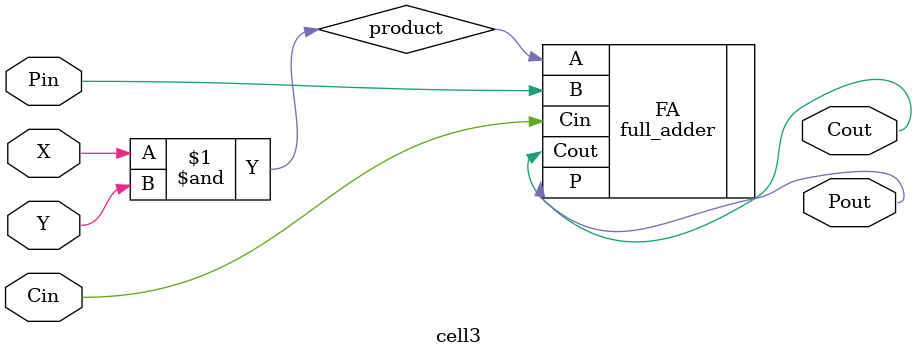
<source format=v>
module cell3 (
    input wire X, Y, Pin, Cin,
    output wire Pout, Cout
);
    
    wire product;
    and(product, X, Y);
    

    full_adder FA (
        .A(product),
        .B(Pin),
        .Cin(Cin),
        .P(Pout),
        .Cout(Cout)
    );



endmodule
</source>
